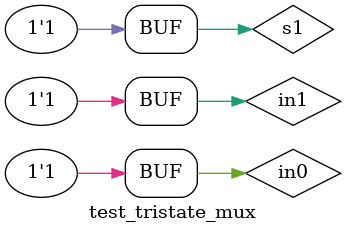
<source format=v>

module question_16 (
    input wire in0, in1,
    input wire s1,
    output wire out
);

    wire n;

    assign n = ~s1;

    bufif0 (out, in0, s1);

    bufif1 (out, in1, s1);

endmodule
//testbench
module test_tristate_mux;

    reg in0, in1, s1;
    wire out;

    question_16 uut (
        .in0(in0), .in1(in1), .s1(s1), .out(out)
    );

    initial begin
        s1= 0; in0 = 0; in1 = 0; #10;
        s1 = 0; in0 = 1; in1 = 0; #10;
        s1 = 1; in0 = 1; in1 = 0; #10;
        s1 = 1; in0 = 1; in1 = 1; #10;
    end

endmodule

</source>
